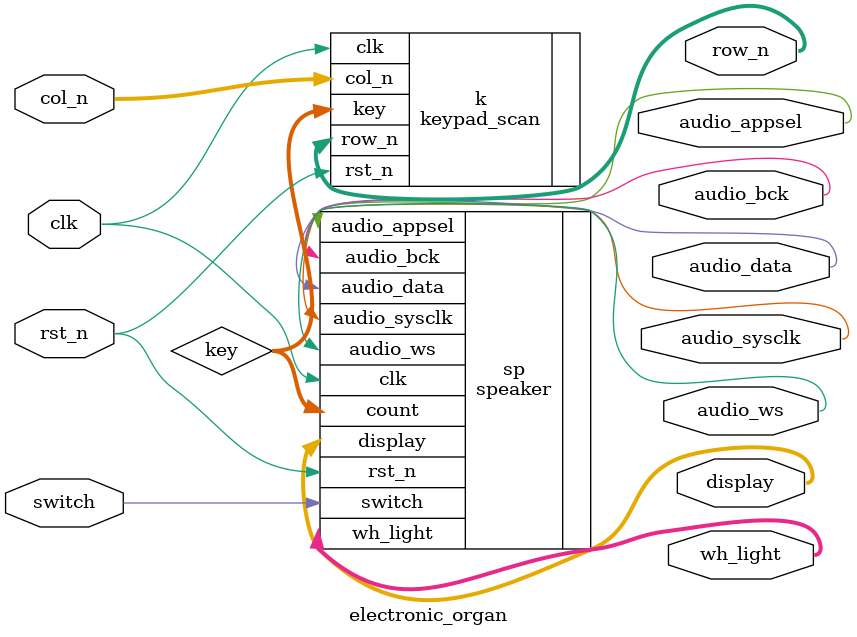
<source format=v>
`timescale 1ns / 1ps
module electronic_organ(clk,rst_n,switch,audio_appsel,audio_sysclk,audio_bck,audio_ws,audio_data,col_n,row_n,display,wh_light
    );
	input clk; // clock from the crystal
	input rst_n; // active low reset
	input switch;
	output audio_appsel; // playing mode selection
	output audio_sysclk; // control clock for DAC (from crystal)
	output audio_bck; // bit clock of audio data (5MHz)
	output audio_ws; // left/right parallel to serial control
	output audio_data; // serial output audio data

	output [3:0] wh_light;
	
	
	wire [19:0] note_div;
	
	
	wire clk_out;

	input [3:0] col_n;
	output [3:0] row_n;
	output [14:0] display;
	wire [4:0] key;

	
	keypad_scan k(
	.rst_n(rst_n),
	.clk(clk),
	.row_n(row_n),
	.col_n(col_n),
	.key(key)
	);
	
	speaker sp(
	.rst_n(rst_n),
	.clk(clk),
	.audio_appsel(audio_appsel),
	.audio_sysclk(audio_sysclk),
	.audio_bck(audio_bck),
	.audio_ws(audio_ws),
	.audio_data(audio_data),
	.count(key),
	.switch(switch),
	.wh_light(wh_light),
	.display(display)
	);
	

endmodule

</source>
